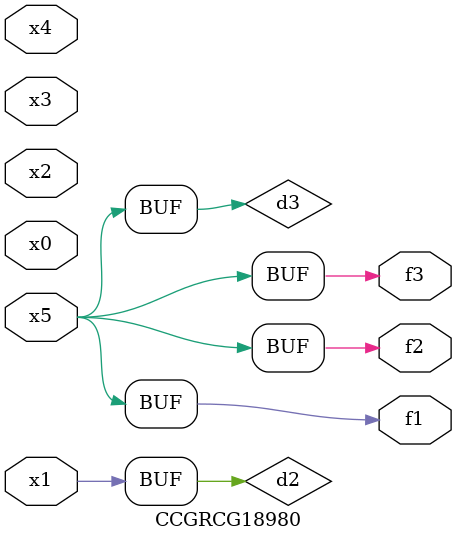
<source format=v>
module CCGRCG18980(
	input x0, x1, x2, x3, x4, x5,
	output f1, f2, f3
);

	wire d1, d2, d3;

	not (d1, x5);
	or (d2, x1);
	xnor (d3, d1);
	assign f1 = d3;
	assign f2 = d3;
	assign f3 = d3;
endmodule

</source>
